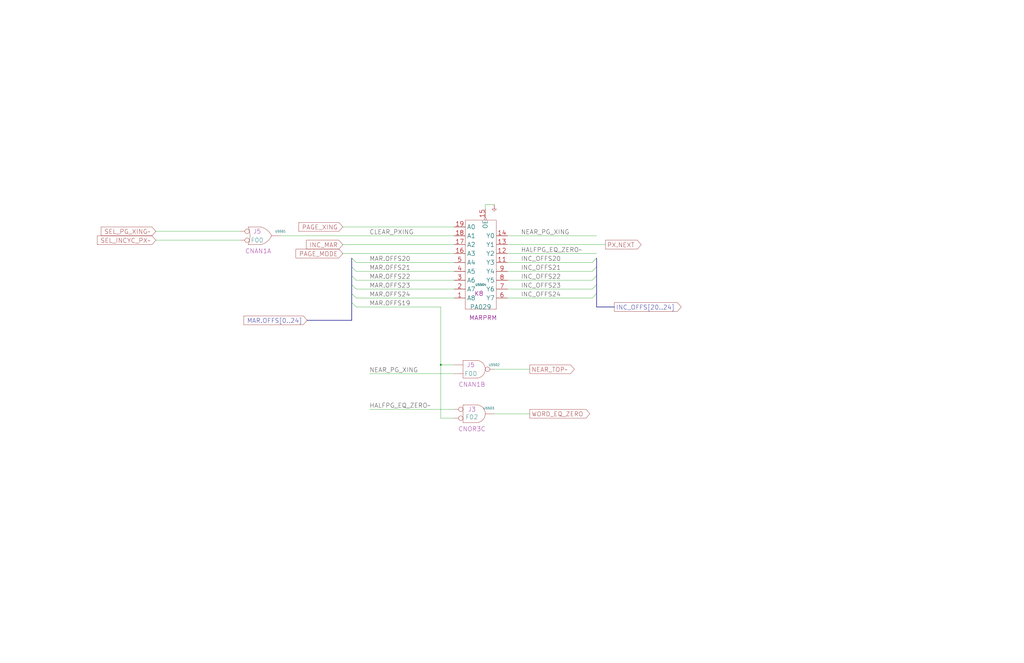
<source format=kicad_sch>
(kicad_sch (version 20230121) (generator eeschema)
  (paper "User" 584.2 378.46)
  (title_block (title "MAR INCREMENT AND CONDITONS") (date "20-MAR-90") (rev "1.0") (comment 1 "FIU") (comment 2 "232-003065") (comment 3 "S400") (comment 4 "RELEASED"))
  (lib_symbols
    (symbol "r1000:F00" (pin_numbers hide) (pin_names hide)
      (property "Reference" "U" (at 15.24 0 0))
      (property "Value" "F00" (at 1.905 -5.08 0))
      (property "Location" "___" (at 1.905 0 0))
      (property "Name" "______" (at 2.54 -12.7 0))
      (symbol "F00_0_1"
        (polyline (pts (xy -2.54 -7.62) (xy 5.08 -7.62)) (stroke (width 0.1524)))
        (polyline (pts (xy -2.54 2.54) (xy -2.54 -7.62)) (stroke (width 0.1524)))
        (polyline (pts (xy -2.54 2.54) (xy 5.08 2.54)) (stroke (width 0.1524)))
        (arc (start 5.08 -7.62) (mid 10.1282 -2.54) (end 5.08 2.54) (stroke (width 0.1524)))
        (circle (center 11.43 -2.54) (radius 1.27) (stroke (width 0.1524)))
      )
      (symbol "F00_0_2"
        (circle (center -3.81 -5.08) (radius 1.27) (stroke (width 0.1524)))
        (circle (center -3.81 0) (radius 1.27) (stroke (width 0.1524)))
        (arc (start -3.175 -7.62) (mid -2.134 -2.54) (end -3.175 2.54) (stroke (width 0.1524)))
        (polyline (pts (xy -3.175 -7.62) (xy 3.81 -7.62)) (stroke (width 0.1524)))
        (polyline (pts (xy -3.175 2.54) (xy 3.81 2.54)) (stroke (width 0.1524)))
        (arc (start 3.81 -7.62) (mid 7.5855 -5.8306) (end 10.16 -2.54) (stroke (width 0.1524)))
        (arc (start 10.16 -2.54) (mid 7.5827 0.7471) (end 3.81 2.54) (stroke (width 0.1524)))
      )
      (symbol "F00_1_1"
        (pin input line (at -7.62 0 0) (length 5.08) (name "D0") (number "1"))
        (pin input line (at -7.62 -5.08 0) (length 5.08) (name "D1") (number "2"))
        (pin output line (at 15.24 -2.54 180) (length 2.54) (name "Q") (number "3"))
      )
      (symbol "F00_1_2"
        (pin input line (at -7.62 0 0) (length 2.54) (name "D0") (number "1"))
        (pin input line (at -7.62 -5.08 0) (length 2.54) (name "D1") (number "2"))
        (pin output line (at 15.24 -2.54 180) (length 5.08) (name "Q") (number "3"))
      )
    )
    (symbol "r1000:F02" (pin_numbers hide) (pin_names hide)
      (property "Reference" "U" (at 12.16 0.635 0))
      (property "Value" "F02" (at -1.27 -4.445 0))
      (property "Location" "___" (at 2.54 0 0))
      (property "Name" "______" (at 2.54 -12.7 0))
      (symbol "F02_0_1"
        (arc (start -3.81 -7.62) (mid -2.9847 -2.54) (end -3.81 2.54) (stroke (width 0.1524)))
        (polyline (pts (xy -5.08 -5.08) (xy -3.175 -5.08)) (stroke (width 0.1524)))
        (polyline (pts (xy -5.08 0) (xy -3.175 0)) (stroke (width 0.1524)))
        (polyline (pts (xy -3.81 -7.62) (xy 2.54 -7.62)) (stroke (width 0.1524)))
        (polyline (pts (xy -3.81 2.54) (xy 2.54 2.54)) (stroke (width 0.1524)))
        (polyline (pts (xy 13.97 -2.54) (xy 12.7 -2.54)) (stroke (width 0.1524)))
        (arc (start 2.54 -7.62) (mid 6.9515 -5.9823) (end 10.16 -2.54) (stroke (width 0.1524)))
        (arc (start 10.16 -2.54) (mid 6.9478 0.8966) (end 2.54 2.54) (stroke (width 0.1524)))
        (circle (center 11.43 -2.54) (radius 1.27) (stroke (width 0.1524)))
      )
      (symbol "F02_0_2"
        (circle (center -3.81 -5.08) (radius 1.27) (stroke (width 0.1524)))
        (circle (center -3.81 0) (radius 1.27) (stroke (width 0.1524)))
        (polyline (pts (xy -2.54 -7.62) (xy 5.08 -7.62)) (stroke (width 0.1524)))
        (polyline (pts (xy -2.54 2.54) (xy -2.54 -7.62)) (stroke (width 0.1524)))
        (polyline (pts (xy -2.54 2.54) (xy 5.08 2.54)) (stroke (width 0.1524)))
        (polyline (pts (xy 11.43 -2.54) (xy 10.16 -2.54)) (stroke (width 0.1524)))
        (polyline (pts (xy 11.43 -2.54) (xy 12.7 -2.54)) (stroke (width 0.1524)))
        (arc (start 5.08 -7.62) (mid 10.1282 -2.54) (end 5.08 2.54) (stroke (width 0.1524)))
      )
      (symbol "F02_1_1"
        (pin input line (at -7.62 0 0) (length 2.54) (name "D0") (number "1"))
        (pin input line (at -7.62 -5.08 0) (length 2.54) (name "D1") (number "2"))
        (pin output line (at 15.24 -2.54 180) (length 1.27) (name "Q") (number "3"))
      )
      (symbol "F02_1_2"
        (pin input line (at -7.62 0 0) (length 2.54) (name "D0") (number "1"))
        (pin input line (at -7.62 -5.08 0) (length 2.54) (name "D1") (number "2"))
        (pin output line (at 15.24 -2.54 180) (length 2.54) (name "Q") (number "3"))
      )
    )
    (symbol "r1000:PAxxx" (pin_names (offset 1.016))
      (property "Reference" "U" (at 2.54 5.08 0))
      (property "Value" "PAxxx" (at -3.81 -7.62 0))
      (property "Location" "___" (at -1.27 0 0))
      (property "Name" "______" (at 3.81 -15.24 0))
      (symbol "PAxxx_1_1"
        (rectangle (start -6.35 41.91) (end 11.43 -8.89))
        (circle (center 5.08 42.545) (radius 0.635))
        (pin input line (at -12.7 -2.54 0) (length 6.35) (name "A8") (number "1"))
        (pin tri_state line (at 17.78 17.78 180) (length 6.35) (name "Y3") (number "11"))
        (pin tri_state line (at 17.78 22.86 180) (length 6.35) (name "Y2") (number "12"))
        (pin tri_state line (at 17.78 27.94 180) (length 6.35) (name "Y1") (number "13"))
        (pin tri_state line (at 17.78 33.02 180) (length 6.35) (name "Y0") (number "14"))
        (pin input line (at 5.08 48.26 270) (length 5.08) (name "OE") (number "15"))
        (pin input line (at -12.7 22.86 0) (length 6.35) (name "A3") (number "16"))
        (pin input line (at -12.7 27.94 0) (length 6.35) (name "A2") (number "17"))
        (pin input line (at -12.7 33.02 0) (length 6.35) (name "A1") (number "18"))
        (pin input line (at -12.7 38.1 0) (length 6.35) (name "A0") (number "19"))
        (pin input line (at -12.7 2.54 0) (length 6.35) (name "A7") (number "2"))
        (pin input line (at -12.7 7.62 0) (length 6.35) (name "A6") (number "3"))
        (pin input line (at -12.7 12.7 0) (length 6.35) (name "A5") (number "4"))
        (pin input line (at -12.7 17.78 0) (length 6.35) (name "A4") (number "5"))
        (pin tri_state line (at 17.78 -2.54 180) (length 6.35) (name "Y7") (number "6"))
        (pin tri_state line (at 17.78 2.54 180) (length 6.35) (name "Y6") (number "7"))
        (pin tri_state line (at 17.78 7.62 180) (length 6.35) (name "Y5") (number "8"))
        (pin tri_state line (at 17.78 12.7 180) (length 6.35) (name "Y4") (number "9"))
      )
    )
    (symbol "r1000:PD" (power) (pin_numbers hide) (pin_names hide) (in_bom no)
      (symbol "PD_0_1"
        (polyline (pts (xy 0 -2.54) (xy 1.27 -2.54) (xy 0 -3.81) (xy -1.27 -2.54) (xy 0 -2.54)) (stroke (width 0.1524)))
      )
      (symbol "PD_1_1"
        (pin power_in line (at 0 0 270) (length 2.54) (name "PD") (number "1"))
      )
    )
  )
  (junction (at 251.46 208.28))
  (bus_entry (at 340.36 167.64) (size -2.54 2.54))
  (bus_entry (at 340.36 157.48) (size -2.54 2.54))
  (bus_entry (at 200.66 147.32) (size 2.54 2.54))
  (bus_entry (at 200.66 152.4) (size 2.54 2.54))
  (bus_entry (at 200.66 167.64) (size 2.54 2.54))
  (bus_entry (at 340.36 152.4) (size -2.54 2.54))
  (bus_entry (at 200.66 162.56) (size 2.54 2.54))
  (bus_entry (at 340.36 162.56) (size -2.54 2.54))
  (bus_entry (at 200.66 172.72) (size 2.54 2.54))
  (bus_entry (at 200.66 157.48) (size 2.54 2.54))
  (bus_entry (at 340.36 147.32) (size -2.54 2.54))
  (wire (pts (xy 88.9 132.08) (xy 137.16 132.08)))
  (wire (pts (xy 210.82 233.68) (xy 259.08 233.68)))
  (bus (pts (xy 200.66 157.48) (xy 200.66 162.56)))
  (bus (pts (xy 200.66 167.64) (xy 200.66 172.72)))
  (bus (pts (xy 340.36 167.64) (xy 340.36 175.26)))
  (wire (pts (xy 281.94 210.82) (xy 302.26 210.82)))
  (bus (pts (xy 200.66 147.32) (xy 200.66 152.4)))
  (bus (pts (xy 340.36 147.32) (xy 340.36 152.4)))
  (wire (pts (xy 195.58 139.7) (xy 259.08 139.7)))
  (wire (pts (xy 289.56 134.62) (xy 340.36 134.62)))
  (wire (pts (xy 289.56 165.1) (xy 337.82 165.1)))
  (wire (pts (xy 203.2 160.02) (xy 259.08 160.02)))
  (wire (pts (xy 289.56 139.7) (xy 345.44 139.7)))
  (wire (pts (xy 259.08 208.28) (xy 251.46 208.28)))
  (bus (pts (xy 200.66 162.56) (xy 200.66 167.64)))
  (wire (pts (xy 251.46 175.26) (xy 203.2 175.26)))
  (wire (pts (xy 203.2 149.86) (xy 259.08 149.86)))
  (wire (pts (xy 160.02 134.62) (xy 259.08 134.62)))
  (bus (pts (xy 175.26 182.88) (xy 200.66 182.88)))
  (wire (pts (xy 289.56 154.94) (xy 337.82 154.94)))
  (wire (pts (xy 289.56 149.86) (xy 337.82 149.86)))
  (wire (pts (xy 289.56 170.18) (xy 337.82 170.18)))
  (wire (pts (xy 88.9 137.16) (xy 137.16 137.16)))
  (wire (pts (xy 195.58 129.54) (xy 259.08 129.54)))
  (wire (pts (xy 281.94 236.22) (xy 302.26 236.22)))
  (wire (pts (xy 251.46 238.76) (xy 251.46 208.28)))
  (wire (pts (xy 289.56 144.78) (xy 340.36 144.78)))
  (wire (pts (xy 203.2 170.18) (xy 259.08 170.18)))
  (wire (pts (xy 276.86 116.84) (xy 276.86 119.38)))
  (wire (pts (xy 210.82 213.36) (xy 259.08 213.36)))
  (bus (pts (xy 340.36 162.56) (xy 340.36 167.64)))
  (bus (pts (xy 340.36 157.48) (xy 340.36 162.56)))
  (wire (pts (xy 281.94 116.84) (xy 276.86 116.84)))
  (bus (pts (xy 200.66 172.72) (xy 200.66 182.88)))
  (bus (pts (xy 340.36 175.26) (xy 350.52 175.26)))
  (wire (pts (xy 203.2 165.1) (xy 259.08 165.1)))
  (wire (pts (xy 289.56 160.02) (xy 337.82 160.02)))
  (wire (pts (xy 203.2 154.94) (xy 259.08 154.94)))
  (wire (pts (xy 195.58 144.78) (xy 259.08 144.78)))
  (wire (pts (xy 259.08 238.76) (xy 251.46 238.76)))
  (bus (pts (xy 200.66 152.4) (xy 200.66 157.48)))
  (bus (pts (xy 340.36 152.4) (xy 340.36 157.48)))
  (wire (pts (xy 251.46 208.28) (xy 251.46 175.26)))
  (label "CLEAR_PXING" (at 210.82 134.62 0) (effects (font (size 2.54 2.54))))
  (label "HALFPG_EQ_ZERO~" (at 297.18 144.78 0) (effects (font (size 2.54 2.54))))
  (label "MAR.OFFS22" (at 210.82 160.02 0) (effects (font (size 2.54 2.54))))
  (label "MAR.OFFS21" (at 210.82 154.94 0) (effects (font (size 2.54 2.54))))
  (label "MAR.OFFS23" (at 210.82 165.1 0) (effects (font (size 2.54 2.54))))
  (label "NEAR_PG_XING" (at 297.18 134.62 0) (effects (font (size 2.54 2.54))))
  (label "INC_OFFS22" (at 297.18 160.02 0) (effects (font (size 2.54 2.54))))
  (label "INC_OFFS23" (at 297.18 165.1 0) (effects (font (size 2.54 2.54))))
  (label "INC_OFFS20" (at 297.18 149.86 0) (effects (font (size 2.54 2.54))))
  (label "HALFPG_EQ_ZERO~" (at 210.82 233.68 0) (effects (font (size 2.54 2.54))))
  (label "NEAR_PG_XING" (at 210.82 213.36 0) (effects (font (size 2.54 2.54))))
  (label "MAR.OFFS24" (at 210.82 170.18 0) (effects (font (size 2.54 2.54))))
  (label "MAR.OFFS20" (at 210.82 149.86 0) (effects (font (size 2.54 2.54))))
  (label "INC_OFFS21" (at 297.18 154.94 0) (effects (font (size 2.54 2.54))))
  (label "INC_OFFS24" (at 297.18 170.18 0) (effects (font (size 2.54 2.54))))
  (label "MAR.OFFS19" (at 210.82 175.26 0) (effects (font (size 2.54 2.54))))
  (global_label "SEL_INCYC_PX~" (shape input) (at 88.9 137.16 180) (effects (font (size 2.54 2.54))) (property "Intersheetrefs" "${INTERSHEET_REFS}" (at 55.5292 137.0013 0) (effects (font (size 1.905 1.905)) (justify right))))
  (global_label "INC_OFFS[20..24]" (shape output) (at 350.52 175.26 0) (effects (font (size 2.54 2.54))) (property "Intersheetrefs" "${INTERSHEET_REFS}" (at 388.6079 175.1013 0) (effects (font (size 1.905 1.905)) (justify left))))
  (global_label "WORD_EQ_ZERO" (shape output) (at 302.26 236.22 0) (effects (font (size 2.54 2.54))) (property "Intersheetrefs" "${INTERSHEET_REFS}" (at 336.4774 236.0613 0) (effects (font (size 1.905 1.905)) (justify left))))
  (global_label "MAR.OFFS[0..24]" (shape input) (at 175.26 182.88 180) (effects (font (size 2.54 2.54))) (property "Intersheetrefs" "${INTERSHEET_REFS}" (at 138.4408 182.88 0) (effects (font (size 1.905 1.905)) (justify right))))
  (global_label "SEL_PG_XING~" (shape input) (at 88.9 132.08 180) (effects (font (size 2.54 2.54))) (property "Intersheetrefs" "${INTERSHEET_REFS}" (at 57.7064 131.9213 0) (effects (font (size 1.905 1.905)) (justify right))))
  (global_label "PAGE_MODE" (shape input) (at 195.58 144.78 180) (effects (font (size 2.54 2.54))) (property "Intersheetrefs" "${INTERSHEET_REFS}" (at 168.8616 144.6213 0) (effects (font (size 1.905 1.905)) (justify right))))
  (global_label "PX.NEXT" (shape output) (at 345.44 139.7 0) (effects (font (size 2.54 2.54))) (property "Intersheetrefs" "${INTERSHEET_REFS}" (at 365.7479 139.5413 0) (effects (font (size 1.905 1.905)) (justify left))))
  (global_label "NEAR_TOP~" (shape output) (at 302.26 210.82 0) (effects (font (size 2.54 2.54))) (property "Intersheetrefs" "${INTERSHEET_REFS}" (at 327.6479 210.6613 0) (effects (font (size 1.905 1.905)) (justify left))))
  (global_label "INC_MAR" (shape input) (at 195.58 139.7 180) (effects (font (size 2.54 2.54))) (property "Intersheetrefs" "${INTERSHEET_REFS}" (at 174.7883 139.5413 0) (effects (font (size 1.905 1.905)) (justify right))))
  (global_label "PAGE_XING" (shape input) (at 195.58 129.54 180) (effects (font (size 2.54 2.54))) (property "Intersheetrefs" "${INTERSHEET_REFS}" (at 170.434 129.3813 0) (effects (font (size 1.905 1.905)) (justify right))))
  (symbol (lib_id "r1000:PAxxx") (at 271.78 167.64 0) (unit 1)
    (property "Reference" "U5504" (at 274.32 162.56 0))
    (property "Value" "PA029" (at 267.97 175.26 0) (effects (font (size 2.54 2.54)) (justify left)))
    (property "Location" "K8" (at 270.51 167.64 0) (effects (font (size 2.54 2.54)) (justify left)))
    (property "Name" "MARPRM" (at 275.59 182.88 0) (effects (font (size 2.54 2.54)) (justify bottom)))
  )
  (symbol (lib_id "r1000:F00") (at 144.78 132.08 0) (unit 1) (convert 2)
    (property "Reference" "U5501" (at 160.02 132.08 0))
    (property "Value" "F00" (at 146.685 137.16 0) (effects (font (size 2.54 2.54))))
    (property "Location" "J5" (at 146.685 132.08 0) (effects (font (size 2.54 2.54))))
    (property "Name" "CNAN1A" (at 147.32 144.78 0) (effects (font (size 2.54 2.54)) (justify bottom)))
  )
  (symbol (lib_id "r1000:F00") (at 266.7 208.28 0) (unit 1)
    (property "Reference" "U5502" (at 281.94 208.28 0))
    (property "Value" "F00" (at 268.605 213.36 0) (effects (font (size 2.54 2.54))))
    (property "Location" "J5" (at 268.605 208.28 0) (effects (font (size 2.54 2.54))))
    (property "Name" "CNAN1B" (at 269.24 220.98 0) (effects (font (size 2.54 2.54)) (justify bottom)))
  )
  (symbol (lib_id "r1000:PD") (at 281.94 116.84 0) (unit 1) (in_bom no)
    (property "Reference" "#PWR0214" (effects hide))
    (property "Value" "PD" (effects hide))
  )
  (symbol (lib_id "r1000:F02") (at 266.7 233.68 0) (unit 1) (convert 2)
    (property "Reference" "U5503" (at 278.86 233.045 0))
    (property "Value" "F02" (at 265.43 238.125 0) (effects (font (size 2.54 2.54)) (justify left)))
    (property "Location" "J3" (at 269.24 233.68 0) (effects (font (size 2.54 2.54))))
    (property "Name" "CNOR3C" (at 269.24 246.38 0) (effects (font (size 2.54 2.54)) (justify bottom)))
  )
)
</source>
